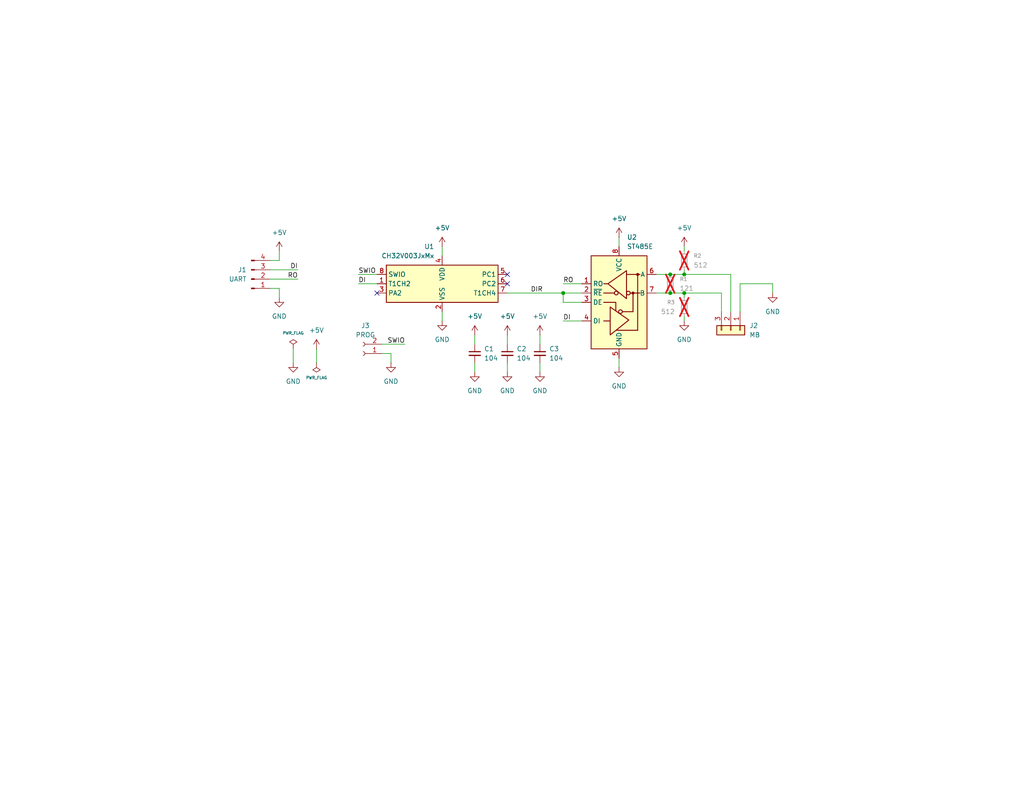
<source format=kicad_sch>
(kicad_sch
	(version 20250114)
	(generator "eeschema")
	(generator_version "9.0")
	(uuid "886d1872-ccf1-4d0d-8451-b4e92f03d150")
	(paper "A")
	(title_block
		(title "RS485 Autodir")
		(date "2026-01-30")
		(rev "A0")
		(company "MAG Laboratory")
	)
	(lib_symbols
		(symbol "Connector:Conn_01x02_Socket"
			(pin_names
				(offset 1.016)
				(hide yes)
			)
			(exclude_from_sim no)
			(in_bom yes)
			(on_board yes)
			(property "Reference" "J"
				(at 0 2.54 0)
				(effects
					(font
						(size 1.27 1.27)
					)
				)
			)
			(property "Value" "Conn_01x02_Socket"
				(at 0 -5.08 0)
				(effects
					(font
						(size 1.27 1.27)
					)
				)
			)
			(property "Footprint" ""
				(at 0 0 0)
				(effects
					(font
						(size 1.27 1.27)
					)
					(hide yes)
				)
			)
			(property "Datasheet" "~"
				(at 0 0 0)
				(effects
					(font
						(size 1.27 1.27)
					)
					(hide yes)
				)
			)
			(property "Description" "Generic connector, single row, 01x02, script generated"
				(at 0 0 0)
				(effects
					(font
						(size 1.27 1.27)
					)
					(hide yes)
				)
			)
			(property "ki_locked" ""
				(at 0 0 0)
				(effects
					(font
						(size 1.27 1.27)
					)
				)
			)
			(property "ki_keywords" "connector"
				(at 0 0 0)
				(effects
					(font
						(size 1.27 1.27)
					)
					(hide yes)
				)
			)
			(property "ki_fp_filters" "Connector*:*_1x??_*"
				(at 0 0 0)
				(effects
					(font
						(size 1.27 1.27)
					)
					(hide yes)
				)
			)
			(symbol "Conn_01x02_Socket_1_1"
				(polyline
					(pts
						(xy -1.27 0) (xy -0.508 0)
					)
					(stroke
						(width 0.1524)
						(type default)
					)
					(fill
						(type none)
					)
				)
				(polyline
					(pts
						(xy -1.27 -2.54) (xy -0.508 -2.54)
					)
					(stroke
						(width 0.1524)
						(type default)
					)
					(fill
						(type none)
					)
				)
				(arc
					(start 0 -0.508)
					(mid -0.5058 0)
					(end 0 0.508)
					(stroke
						(width 0.1524)
						(type default)
					)
					(fill
						(type none)
					)
				)
				(arc
					(start 0 -3.048)
					(mid -0.5058 -2.54)
					(end 0 -2.032)
					(stroke
						(width 0.1524)
						(type default)
					)
					(fill
						(type none)
					)
				)
				(pin passive line
					(at -5.08 0 0)
					(length 3.81)
					(name "Pin_1"
						(effects
							(font
								(size 1.27 1.27)
							)
						)
					)
					(number "1"
						(effects
							(font
								(size 1.27 1.27)
							)
						)
					)
				)
				(pin passive line
					(at -5.08 -2.54 0)
					(length 3.81)
					(name "Pin_2"
						(effects
							(font
								(size 1.27 1.27)
							)
						)
					)
					(number "2"
						(effects
							(font
								(size 1.27 1.27)
							)
						)
					)
				)
			)
			(embedded_fonts no)
		)
		(symbol "Connector:Conn_01x04_Pin"
			(pin_names
				(offset 1.016)
				(hide yes)
			)
			(exclude_from_sim no)
			(in_bom yes)
			(on_board yes)
			(property "Reference" "J"
				(at 0 5.08 0)
				(effects
					(font
						(size 1.27 1.27)
					)
				)
			)
			(property "Value" "Conn_01x04_Pin"
				(at 0 -7.62 0)
				(effects
					(font
						(size 1.27 1.27)
					)
				)
			)
			(property "Footprint" ""
				(at 0 0 0)
				(effects
					(font
						(size 1.27 1.27)
					)
					(hide yes)
				)
			)
			(property "Datasheet" "~"
				(at 0 0 0)
				(effects
					(font
						(size 1.27 1.27)
					)
					(hide yes)
				)
			)
			(property "Description" "Generic connector, single row, 01x04, script generated"
				(at 0 0 0)
				(effects
					(font
						(size 1.27 1.27)
					)
					(hide yes)
				)
			)
			(property "ki_locked" ""
				(at 0 0 0)
				(effects
					(font
						(size 1.27 1.27)
					)
				)
			)
			(property "ki_keywords" "connector"
				(at 0 0 0)
				(effects
					(font
						(size 1.27 1.27)
					)
					(hide yes)
				)
			)
			(property "ki_fp_filters" "Connector*:*_1x??_*"
				(at 0 0 0)
				(effects
					(font
						(size 1.27 1.27)
					)
					(hide yes)
				)
			)
			(symbol "Conn_01x04_Pin_1_1"
				(rectangle
					(start 0.8636 2.667)
					(end 0 2.413)
					(stroke
						(width 0.1524)
						(type default)
					)
					(fill
						(type outline)
					)
				)
				(rectangle
					(start 0.8636 0.127)
					(end 0 -0.127)
					(stroke
						(width 0.1524)
						(type default)
					)
					(fill
						(type outline)
					)
				)
				(rectangle
					(start 0.8636 -2.413)
					(end 0 -2.667)
					(stroke
						(width 0.1524)
						(type default)
					)
					(fill
						(type outline)
					)
				)
				(rectangle
					(start 0.8636 -4.953)
					(end 0 -5.207)
					(stroke
						(width 0.1524)
						(type default)
					)
					(fill
						(type outline)
					)
				)
				(polyline
					(pts
						(xy 1.27 2.54) (xy 0.8636 2.54)
					)
					(stroke
						(width 0.1524)
						(type default)
					)
					(fill
						(type none)
					)
				)
				(polyline
					(pts
						(xy 1.27 0) (xy 0.8636 0)
					)
					(stroke
						(width 0.1524)
						(type default)
					)
					(fill
						(type none)
					)
				)
				(polyline
					(pts
						(xy 1.27 -2.54) (xy 0.8636 -2.54)
					)
					(stroke
						(width 0.1524)
						(type default)
					)
					(fill
						(type none)
					)
				)
				(polyline
					(pts
						(xy 1.27 -5.08) (xy 0.8636 -5.08)
					)
					(stroke
						(width 0.1524)
						(type default)
					)
					(fill
						(type none)
					)
				)
				(pin passive line
					(at 5.08 2.54 180)
					(length 3.81)
					(name "Pin_1"
						(effects
							(font
								(size 1.27 1.27)
							)
						)
					)
					(number "1"
						(effects
							(font
								(size 1.27 1.27)
							)
						)
					)
				)
				(pin passive line
					(at 5.08 0 180)
					(length 3.81)
					(name "Pin_2"
						(effects
							(font
								(size 1.27 1.27)
							)
						)
					)
					(number "2"
						(effects
							(font
								(size 1.27 1.27)
							)
						)
					)
				)
				(pin passive line
					(at 5.08 -2.54 180)
					(length 3.81)
					(name "Pin_3"
						(effects
							(font
								(size 1.27 1.27)
							)
						)
					)
					(number "3"
						(effects
							(font
								(size 1.27 1.27)
							)
						)
					)
				)
				(pin passive line
					(at 5.08 -5.08 180)
					(length 3.81)
					(name "Pin_4"
						(effects
							(font
								(size 1.27 1.27)
							)
						)
					)
					(number "4"
						(effects
							(font
								(size 1.27 1.27)
							)
						)
					)
				)
			)
			(embedded_fonts no)
		)
		(symbol "Connector_Generic:Conn_01x03"
			(pin_names
				(offset 1.016)
				(hide yes)
			)
			(exclude_from_sim no)
			(in_bom yes)
			(on_board yes)
			(property "Reference" "J"
				(at 0 5.08 0)
				(effects
					(font
						(size 1.27 1.27)
					)
				)
			)
			(property "Value" "Conn_01x03"
				(at 0 -5.08 0)
				(effects
					(font
						(size 1.27 1.27)
					)
				)
			)
			(property "Footprint" ""
				(at 0 0 0)
				(effects
					(font
						(size 1.27 1.27)
					)
					(hide yes)
				)
			)
			(property "Datasheet" "~"
				(at 0 0 0)
				(effects
					(font
						(size 1.27 1.27)
					)
					(hide yes)
				)
			)
			(property "Description" "Generic connector, single row, 01x03, script generated (kicad-library-utils/schlib/autogen/connector/)"
				(at 0 0 0)
				(effects
					(font
						(size 1.27 1.27)
					)
					(hide yes)
				)
			)
			(property "ki_keywords" "connector"
				(at 0 0 0)
				(effects
					(font
						(size 1.27 1.27)
					)
					(hide yes)
				)
			)
			(property "ki_fp_filters" "Connector*:*_1x??_*"
				(at 0 0 0)
				(effects
					(font
						(size 1.27 1.27)
					)
					(hide yes)
				)
			)
			(symbol "Conn_01x03_1_1"
				(rectangle
					(start -1.27 3.81)
					(end 1.27 -3.81)
					(stroke
						(width 0.254)
						(type default)
					)
					(fill
						(type background)
					)
				)
				(rectangle
					(start -1.27 2.667)
					(end 0 2.413)
					(stroke
						(width 0.1524)
						(type default)
					)
					(fill
						(type none)
					)
				)
				(rectangle
					(start -1.27 0.127)
					(end 0 -0.127)
					(stroke
						(width 0.1524)
						(type default)
					)
					(fill
						(type none)
					)
				)
				(rectangle
					(start -1.27 -2.413)
					(end 0 -2.667)
					(stroke
						(width 0.1524)
						(type default)
					)
					(fill
						(type none)
					)
				)
				(pin passive line
					(at -5.08 2.54 0)
					(length 3.81)
					(name "Pin_1"
						(effects
							(font
								(size 1.27 1.27)
							)
						)
					)
					(number "1"
						(effects
							(font
								(size 1.27 1.27)
							)
						)
					)
				)
				(pin passive line
					(at -5.08 0 0)
					(length 3.81)
					(name "Pin_2"
						(effects
							(font
								(size 1.27 1.27)
							)
						)
					)
					(number "2"
						(effects
							(font
								(size 1.27 1.27)
							)
						)
					)
				)
				(pin passive line
					(at -5.08 -2.54 0)
					(length 3.81)
					(name "Pin_3"
						(effects
							(font
								(size 1.27 1.27)
							)
						)
					)
					(number "3"
						(effects
							(font
								(size 1.27 1.27)
							)
						)
					)
				)
			)
			(embedded_fonts no)
		)
		(symbol "Device:C_Small"
			(pin_numbers
				(hide yes)
			)
			(pin_names
				(offset 0.254)
				(hide yes)
			)
			(exclude_from_sim no)
			(in_bom yes)
			(on_board yes)
			(property "Reference" "C"
				(at 0.254 1.778 0)
				(effects
					(font
						(size 1.27 1.27)
					)
					(justify left)
				)
			)
			(property "Value" "C_Small"
				(at 0.254 -2.032 0)
				(effects
					(font
						(size 1.27 1.27)
					)
					(justify left)
				)
			)
			(property "Footprint" ""
				(at 0 0 0)
				(effects
					(font
						(size 1.27 1.27)
					)
					(hide yes)
				)
			)
			(property "Datasheet" "~"
				(at 0 0 0)
				(effects
					(font
						(size 1.27 1.27)
					)
					(hide yes)
				)
			)
			(property "Description" "Unpolarized capacitor, small symbol"
				(at 0 0 0)
				(effects
					(font
						(size 1.27 1.27)
					)
					(hide yes)
				)
			)
			(property "ki_keywords" "capacitor cap"
				(at 0 0 0)
				(effects
					(font
						(size 1.27 1.27)
					)
					(hide yes)
				)
			)
			(property "ki_fp_filters" "C_*"
				(at 0 0 0)
				(effects
					(font
						(size 1.27 1.27)
					)
					(hide yes)
				)
			)
			(symbol "C_Small_0_1"
				(polyline
					(pts
						(xy -1.524 0.508) (xy 1.524 0.508)
					)
					(stroke
						(width 0.3048)
						(type default)
					)
					(fill
						(type none)
					)
				)
				(polyline
					(pts
						(xy -1.524 -0.508) (xy 1.524 -0.508)
					)
					(stroke
						(width 0.3302)
						(type default)
					)
					(fill
						(type none)
					)
				)
			)
			(symbol "C_Small_1_1"
				(pin passive line
					(at 0 2.54 270)
					(length 2.032)
					(name "~"
						(effects
							(font
								(size 1.27 1.27)
							)
						)
					)
					(number "1"
						(effects
							(font
								(size 1.27 1.27)
							)
						)
					)
				)
				(pin passive line
					(at 0 -2.54 90)
					(length 2.032)
					(name "~"
						(effects
							(font
								(size 1.27 1.27)
							)
						)
					)
					(number "2"
						(effects
							(font
								(size 1.27 1.27)
							)
						)
					)
				)
			)
			(embedded_fonts no)
		)
		(symbol "Device:R_Small"
			(pin_numbers
				(hide yes)
			)
			(pin_names
				(offset 0.254)
				(hide yes)
			)
			(exclude_from_sim no)
			(in_bom yes)
			(on_board yes)
			(property "Reference" "R"
				(at 0 0 90)
				(effects
					(font
						(size 1.016 1.016)
					)
				)
			)
			(property "Value" "R_Small"
				(at 1.778 0 90)
				(effects
					(font
						(size 1.27 1.27)
					)
				)
			)
			(property "Footprint" ""
				(at 0 0 0)
				(effects
					(font
						(size 1.27 1.27)
					)
					(hide yes)
				)
			)
			(property "Datasheet" "~"
				(at 0 0 0)
				(effects
					(font
						(size 1.27 1.27)
					)
					(hide yes)
				)
			)
			(property "Description" "Resistor, small symbol"
				(at 0 0 0)
				(effects
					(font
						(size 1.27 1.27)
					)
					(hide yes)
				)
			)
			(property "ki_keywords" "R resistor"
				(at 0 0 0)
				(effects
					(font
						(size 1.27 1.27)
					)
					(hide yes)
				)
			)
			(property "ki_fp_filters" "R_*"
				(at 0 0 0)
				(effects
					(font
						(size 1.27 1.27)
					)
					(hide yes)
				)
			)
			(symbol "R_Small_0_1"
				(rectangle
					(start -0.762 1.778)
					(end 0.762 -1.778)
					(stroke
						(width 0.2032)
						(type default)
					)
					(fill
						(type none)
					)
				)
			)
			(symbol "R_Small_1_1"
				(pin passive line
					(at 0 2.54 270)
					(length 0.762)
					(name "~"
						(effects
							(font
								(size 1.27 1.27)
							)
						)
					)
					(number "1"
						(effects
							(font
								(size 1.27 1.27)
							)
						)
					)
				)
				(pin passive line
					(at 0 -2.54 90)
					(length 0.762)
					(name "~"
						(effects
							(font
								(size 1.27 1.27)
							)
						)
					)
					(number "2"
						(effects
							(font
								(size 1.27 1.27)
							)
						)
					)
				)
			)
			(embedded_fonts no)
		)
		(symbol "Interface_UART:ST485E"
			(exclude_from_sim no)
			(in_bom yes)
			(on_board yes)
			(property "Reference" "U"
				(at -6.985 13.97 0)
				(effects
					(font
						(size 1.27 1.27)
					)
				)
			)
			(property "Value" "ST485E"
				(at 2.54 13.97 0)
				(effects
					(font
						(size 1.27 1.27)
					)
					(justify left)
				)
			)
			(property "Footprint" "Package_SO:SOIC-8_3.9x4.9mm_P1.27mm"
				(at 0 -22.86 0)
				(effects
					(font
						(size 1.27 1.27)
					)
					(hide yes)
				)
			)
			(property "Datasheet" "http://www.st.com/resource/en/datasheet/st485eb.pdf"
				(at 0 1.27 0)
				(effects
					(font
						(size 1.27 1.27)
					)
					(hide yes)
				)
			)
			(property "Description" "Half duplex RS-485/RS-422, 5 Mbps, ±15kV ESD, 5V supply, 256 bus load, SOIC-8"
				(at 0 0 0)
				(effects
					(font
						(size 1.27 1.27)
					)
					(hide yes)
				)
			)
			(property "ki_keywords" "ST-Microelectronics half-duplex"
				(at 0 0 0)
				(effects
					(font
						(size 1.27 1.27)
					)
					(hide yes)
				)
			)
			(property "ki_fp_filters" "SOIC*3.9x4.9mm*P1.27mm*"
				(at 0 0 0)
				(effects
					(font
						(size 1.27 1.27)
					)
					(hide yes)
				)
			)
			(symbol "ST485E_0_1"
				(rectangle
					(start -7.62 12.7)
					(end 7.62 -12.7)
					(stroke
						(width 0.254)
						(type default)
					)
					(fill
						(type background)
					)
				)
				(polyline
					(pts
						(xy -4.191 2.54) (xy -1.27 2.54)
					)
					(stroke
						(width 0.254)
						(type default)
					)
					(fill
						(type none)
					)
				)
				(polyline
					(pts
						(xy -4.191 0) (xy -0.889 0) (xy -0.889 -2.286)
					)
					(stroke
						(width 0.254)
						(type default)
					)
					(fill
						(type none)
					)
				)
				(polyline
					(pts
						(xy -3.175 5.08) (xy -4.191 5.08) (xy -4.064 5.08)
					)
					(stroke
						(width 0.254)
						(type default)
					)
					(fill
						(type none)
					)
				)
				(polyline
					(pts
						(xy -2.54 -5.08) (xy -4.191 -5.08)
					)
					(stroke
						(width 0.254)
						(type default)
					)
					(fill
						(type none)
					)
				)
				(polyline
					(pts
						(xy -2.413 -5.08) (xy -2.413 -1.27) (xy 2.667 -4.826) (xy -2.413 -8.89) (xy -2.413 -5.08)
					)
					(stroke
						(width 0.254)
						(type default)
					)
					(fill
						(type none)
					)
				)
				(polyline
					(pts
						(xy -0.635 -7.62) (xy 5.08 -7.62)
					)
					(stroke
						(width 0.254)
						(type default)
					)
					(fill
						(type none)
					)
				)
				(circle
					(center 0.381 -2.54)
					(radius 0.508)
					(stroke
						(width 0.254)
						(type default)
					)
					(fill
						(type none)
					)
				)
				(polyline
					(pts
						(xy 0.889 -2.54) (xy 3.81 -2.54)
					)
					(stroke
						(width 0.254)
						(type default)
					)
					(fill
						(type none)
					)
				)
				(polyline
					(pts
						(xy 2.032 7.62) (xy 5.715 7.62)
					)
					(stroke
						(width 0.254)
						(type default)
					)
					(fill
						(type none)
					)
				)
				(polyline
					(pts
						(xy 3.048 2.54) (xy 5.715 2.54)
					)
					(stroke
						(width 0.254)
						(type default)
					)
					(fill
						(type none)
					)
				)
				(circle
					(center 3.81 2.54)
					(radius 0.2794)
					(stroke
						(width 0.254)
						(type default)
					)
					(fill
						(type outline)
					)
				)
				(polyline
					(pts
						(xy 3.81 -2.54) (xy 3.81 2.54)
					)
					(stroke
						(width 0.254)
						(type default)
					)
					(fill
						(type none)
					)
				)
				(polyline
					(pts
						(xy 5.08 -7.62) (xy 5.08 7.62)
					)
					(stroke
						(width 0.254)
						(type default)
					)
					(fill
						(type none)
					)
				)
			)
			(symbol "ST485E_1_1"
				(circle
					(center -0.762 2.54)
					(radius 0.508)
					(stroke
						(width 0.254)
						(type default)
					)
					(fill
						(type none)
					)
				)
				(polyline
					(pts
						(xy 2.032 4.826) (xy 2.032 8.636) (xy -3.048 5.08) (xy 2.032 1.016) (xy 2.032 4.826)
					)
					(stroke
						(width 0.254)
						(type default)
					)
					(fill
						(type none)
					)
				)
				(circle
					(center 2.54 2.54)
					(radius 0.508)
					(stroke
						(width 0.254)
						(type default)
					)
					(fill
						(type none)
					)
				)
				(circle
					(center 5.08 7.62)
					(radius 0.2794)
					(stroke
						(width 0.254)
						(type default)
					)
					(fill
						(type outline)
					)
				)
				(pin output line
					(at -10.16 5.08 0)
					(length 2.54)
					(name "RO"
						(effects
							(font
								(size 1.27 1.27)
							)
						)
					)
					(number "1"
						(effects
							(font
								(size 1.27 1.27)
							)
						)
					)
				)
				(pin input line
					(at -10.16 2.54 0)
					(length 2.54)
					(name "~{RE}"
						(effects
							(font
								(size 1.27 1.27)
							)
						)
					)
					(number "2"
						(effects
							(font
								(size 1.27 1.27)
							)
						)
					)
				)
				(pin input line
					(at -10.16 0 0)
					(length 2.54)
					(name "DE"
						(effects
							(font
								(size 1.27 1.27)
							)
						)
					)
					(number "3"
						(effects
							(font
								(size 1.27 1.27)
							)
						)
					)
				)
				(pin input line
					(at -10.16 -5.08 0)
					(length 2.54)
					(name "DI"
						(effects
							(font
								(size 1.27 1.27)
							)
						)
					)
					(number "4"
						(effects
							(font
								(size 1.27 1.27)
							)
						)
					)
				)
				(pin power_in line
					(at 0 15.24 270)
					(length 2.54)
					(name "VCC"
						(effects
							(font
								(size 1.27 1.27)
							)
						)
					)
					(number "8"
						(effects
							(font
								(size 1.27 1.27)
							)
						)
					)
				)
				(pin power_in line
					(at 0 -15.24 90)
					(length 2.54)
					(name "GND"
						(effects
							(font
								(size 1.27 1.27)
							)
						)
					)
					(number "5"
						(effects
							(font
								(size 1.27 1.27)
							)
						)
					)
				)
				(pin bidirectional line
					(at 10.16 7.62 180)
					(length 2.54)
					(name "A"
						(effects
							(font
								(size 1.27 1.27)
							)
						)
					)
					(number "6"
						(effects
							(font
								(size 1.27 1.27)
							)
						)
					)
				)
				(pin bidirectional line
					(at 10.16 2.54 180)
					(length 2.54)
					(name "B"
						(effects
							(font
								(size 1.27 1.27)
							)
						)
					)
					(number "7"
						(effects
							(font
								(size 1.27 1.27)
							)
						)
					)
				)
			)
			(embedded_fonts no)
		)
		(symbol "MCU_WCH_RiscV:CH32V003JxMx"
			(exclude_from_sim no)
			(in_bom yes)
			(on_board yes)
			(property "Reference" "U"
				(at -15.24 7.62 0)
				(effects
					(font
						(size 1.27 1.27)
					)
				)
			)
			(property "Value" "CH32V003JxMx"
				(at 15.24 7.62 0)
				(effects
					(font
						(size 1.27 1.27)
					)
				)
			)
			(property "Footprint" "Package_SO:JEITA_SOIC-8_3.9x4.9mm_P1.27mm"
				(at 0 0 0)
				(effects
					(font
						(size 1.27 1.27)
					)
					(hide yes)
				)
			)
			(property "Datasheet" "https://www.wch-ic.com/products/CH32V003.html"
				(at 0 0 0)
				(effects
					(font
						(size 1.27 1.27)
					)
					(hide yes)
				)
			)
			(property "Description" "CH32V003 series are industrial-grade general-purpose microcontrollers designed based on 32-bit RISC-V instruction set and architecture. It adopts QingKe V2A core, RV32EC instruction set, and supports 2 levels of interrupt nesting. The series are mounted with rich peripheral interfaces and function modules. Its internal organizational structure meets the low-cost and low-power embedded application scenarios. JEITA SOIC-8 (SOP-8)"
				(at 0 0 0)
				(effects
					(font
						(size 1.27 1.27)
					)
					(hide yes)
				)
			)
			(property "ki_keywords" "microcontroller wch RISC-V"
				(at 0 0 0)
				(effects
					(font
						(size 1.27 1.27)
					)
					(hide yes)
				)
			)
			(property "ki_fp_filters" "JEITA?SOIC*3.9x4.9mm*P1.27mm*"
				(at 0 0 0)
				(effects
					(font
						(size 1.27 1.27)
					)
					(hide yes)
				)
			)
			(symbol "CH32V003JxMx_1_1"
				(rectangle
					(start -15.24 5.08)
					(end 15.24 -5.08)
					(stroke
						(width 0.254)
						(type default)
					)
					(fill
						(type background)
					)
				)
				(pin bidirectional line
					(at -17.78 2.54 0)
					(length 2.54)
					(name "PC1"
						(effects
							(font
								(size 1.27 1.27)
							)
						)
					)
					(number "5"
						(effects
							(font
								(size 1.27 1.27)
							)
						)
					)
					(alternate "NSS" bidirectional line)
					(alternate "SDA" bidirectional line)
					(alternate "T1BKIN_1" bidirectional line)
					(alternate "T1BKIN_3" bidirectional line)
					(alternate "T2CH1ETR_2" bidirectional line)
					(alternate "T2CH1ETR_3" bidirectional line)
					(alternate "T2CH4_1" bidirectional line)
					(alternate "URX_3" bidirectional line)
				)
				(pin bidirectional line
					(at -17.78 0 0)
					(length 2.54)
					(name "PC2"
						(effects
							(font
								(size 1.27 1.27)
							)
						)
					)
					(number "6"
						(effects
							(font
								(size 1.27 1.27)
							)
						)
					)
					(alternate "AETR_1" bidirectional line)
					(alternate "SCL" bidirectional line)
					(alternate "T1BKIN" bidirectional line)
					(alternate "T1BKIN_2" bidirectional line)
					(alternate "T1ETR_3" bidirectional line)
					(alternate "T2CH2_1" bidirectional line)
					(alternate "URTS" bidirectional line)
					(alternate "URTS_1" bidirectional line)
				)
				(pin bidirectional line
					(at -17.78 -2.54 0)
					(length 2.54)
					(name "PC4"
						(effects
							(font
								(size 1.27 1.27)
							)
						)
					)
					(number "7"
						(effects
							(font
								(size 1.27 1.27)
							)
						)
					)
					(alternate "A2" bidirectional line)
					(alternate "MCO" bidirectional line)
					(alternate "T1CH1_3" bidirectional line)
					(alternate "T1CH2N_1" bidirectional line)
					(alternate "T1CH4" bidirectional line)
					(alternate "T1CH4_2" bidirectional line)
				)
				(pin power_in line
					(at 0 7.62 270)
					(length 2.54)
					(name "VDD"
						(effects
							(font
								(size 1.27 1.27)
							)
						)
					)
					(number "4"
						(effects
							(font
								(size 1.27 1.27)
							)
						)
					)
				)
				(pin power_in line
					(at 0 -7.62 90)
					(length 2.54)
					(name "VSS"
						(effects
							(font
								(size 1.27 1.27)
							)
						)
					)
					(number "2"
						(effects
							(font
								(size 1.27 1.27)
							)
						)
					)
				)
				(pin bidirectional line
					(at 17.78 2.54 180)
					(length 2.54)
					(name "PD1/PD4/PD5"
						(effects
							(font
								(size 1.27 1.27)
							)
						)
					)
					(number "8"
						(effects
							(font
								(size 1.27 1.27)
							)
						)
					)
					(alternate "A5" bidirectional line)
					(alternate "A7" bidirectional line)
					(alternate "AETR2" bidirectional line)
					(alternate "OPO" bidirectional line)
					(alternate "SCL_1" bidirectional line)
					(alternate "SWIO" bidirectional line)
					(alternate "T1CH3N" bidirectional line)
					(alternate "T1CH3N_1" bidirectional line)
					(alternate "T1CH3N_2" bidirectional line)
					(alternate "T1CH4_3" bidirectional line)
					(alternate "T2CH1ETR" bidirectional line)
					(alternate "T2CH4_3" bidirectional line)
					(alternate "TIETR_2" bidirectional line)
					(alternate "UCK" bidirectional line)
					(alternate "URX_1" bidirectional line)
					(alternate "URX_2" bidirectional line)
					(alternate "UTX" bidirectional line)
				)
				(pin bidirectional line
					(at 17.78 0 180)
					(length 2.54)
					(name "PD6/PA1"
						(effects
							(font
								(size 1.27 1.27)
							)
						)
					)
					(number "1"
						(effects
							(font
								(size 1.27 1.27)
							)
						)
					)
					(alternate "A1" bidirectional line)
					(alternate "A6" bidirectional line)
					(alternate "OPN0" bidirectional line)
					(alternate "OSCI" bidirectional line)
					(alternate "T1CH2" bidirectional line)
					(alternate "T1CH2_2" bidirectional line)
					(alternate "T2CH3_3" bidirectional line)
					(alternate "URX" bidirectional line)
					(alternate "UTX_2" bidirectional line)
				)
				(pin bidirectional line
					(at 17.78 -2.54 180)
					(length 2.54)
					(name "PA2"
						(effects
							(font
								(size 1.27 1.27)
							)
						)
					)
					(number "3"
						(effects
							(font
								(size 1.27 1.27)
							)
						)
					)
					(alternate "A0" bidirectional line)
					(alternate "AETR2_1" bidirectional line)
					(alternate "OPP0" bidirectional line)
					(alternate "OSCO" bidirectional line)
					(alternate "TICH2N" bidirectional line)
					(alternate "TICH2N_2" bidirectional line)
				)
			)
			(embedded_fonts no)
		)
		(symbol "power:+5V"
			(power)
			(pin_numbers
				(hide yes)
			)
			(pin_names
				(offset 0)
				(hide yes)
			)
			(exclude_from_sim no)
			(in_bom yes)
			(on_board yes)
			(property "Reference" "#PWR"
				(at 0 -3.81 0)
				(effects
					(font
						(size 1.27 1.27)
					)
					(hide yes)
				)
			)
			(property "Value" "+5V"
				(at 0 3.556 0)
				(effects
					(font
						(size 1.27 1.27)
					)
				)
			)
			(property "Footprint" ""
				(at 0 0 0)
				(effects
					(font
						(size 1.27 1.27)
					)
					(hide yes)
				)
			)
			(property "Datasheet" ""
				(at 0 0 0)
				(effects
					(font
						(size 1.27 1.27)
					)
					(hide yes)
				)
			)
			(property "Description" "Power symbol creates a global label with name \"+5V\""
				(at 0 0 0)
				(effects
					(font
						(size 1.27 1.27)
					)
					(hide yes)
				)
			)
			(property "ki_keywords" "global power"
				(at 0 0 0)
				(effects
					(font
						(size 1.27 1.27)
					)
					(hide yes)
				)
			)
			(symbol "+5V_0_1"
				(polyline
					(pts
						(xy -0.762 1.27) (xy 0 2.54)
					)
					(stroke
						(width 0)
						(type default)
					)
					(fill
						(type none)
					)
				)
				(polyline
					(pts
						(xy 0 2.54) (xy 0.762 1.27)
					)
					(stroke
						(width 0)
						(type default)
					)
					(fill
						(type none)
					)
				)
				(polyline
					(pts
						(xy 0 0) (xy 0 2.54)
					)
					(stroke
						(width 0)
						(type default)
					)
					(fill
						(type none)
					)
				)
			)
			(symbol "+5V_1_1"
				(pin power_in line
					(at 0 0 90)
					(length 0)
					(name "~"
						(effects
							(font
								(size 1.27 1.27)
							)
						)
					)
					(number "1"
						(effects
							(font
								(size 1.27 1.27)
							)
						)
					)
				)
			)
			(embedded_fonts no)
		)
		(symbol "power:GND"
			(power)
			(pin_numbers
				(hide yes)
			)
			(pin_names
				(offset 0)
				(hide yes)
			)
			(exclude_from_sim no)
			(in_bom yes)
			(on_board yes)
			(property "Reference" "#PWR"
				(at 0 -6.35 0)
				(effects
					(font
						(size 1.27 1.27)
					)
					(hide yes)
				)
			)
			(property "Value" "GND"
				(at 0 -3.81 0)
				(effects
					(font
						(size 1.27 1.27)
					)
				)
			)
			(property "Footprint" ""
				(at 0 0 0)
				(effects
					(font
						(size 1.27 1.27)
					)
					(hide yes)
				)
			)
			(property "Datasheet" ""
				(at 0 0 0)
				(effects
					(font
						(size 1.27 1.27)
					)
					(hide yes)
				)
			)
			(property "Description" "Power symbol creates a global label with name \"GND\" , ground"
				(at 0 0 0)
				(effects
					(font
						(size 1.27 1.27)
					)
					(hide yes)
				)
			)
			(property "ki_keywords" "global power"
				(at 0 0 0)
				(effects
					(font
						(size 1.27 1.27)
					)
					(hide yes)
				)
			)
			(symbol "GND_0_1"
				(polyline
					(pts
						(xy 0 0) (xy 0 -1.27) (xy 1.27 -1.27) (xy 0 -2.54) (xy -1.27 -1.27) (xy 0 -1.27)
					)
					(stroke
						(width 0)
						(type default)
					)
					(fill
						(type none)
					)
				)
			)
			(symbol "GND_1_1"
				(pin power_in line
					(at 0 0 270)
					(length 0)
					(name "~"
						(effects
							(font
								(size 1.27 1.27)
							)
						)
					)
					(number "1"
						(effects
							(font
								(size 1.27 1.27)
							)
						)
					)
				)
			)
			(embedded_fonts no)
		)
		(symbol "power:PWR_FLAG"
			(power)
			(pin_numbers
				(hide yes)
			)
			(pin_names
				(offset 0)
				(hide yes)
			)
			(exclude_from_sim no)
			(in_bom yes)
			(on_board yes)
			(property "Reference" "#FLG"
				(at 0 1.905 0)
				(effects
					(font
						(size 1.27 1.27)
					)
					(hide yes)
				)
			)
			(property "Value" "PWR_FLAG"
				(at 0 3.81 0)
				(effects
					(font
						(size 1.27 1.27)
					)
				)
			)
			(property "Footprint" ""
				(at 0 0 0)
				(effects
					(font
						(size 1.27 1.27)
					)
					(hide yes)
				)
			)
			(property "Datasheet" "~"
				(at 0 0 0)
				(effects
					(font
						(size 1.27 1.27)
					)
					(hide yes)
				)
			)
			(property "Description" "Special symbol for telling ERC where power comes from"
				(at 0 0 0)
				(effects
					(font
						(size 1.27 1.27)
					)
					(hide yes)
				)
			)
			(property "ki_keywords" "flag power"
				(at 0 0 0)
				(effects
					(font
						(size 1.27 1.27)
					)
					(hide yes)
				)
			)
			(symbol "PWR_FLAG_0_0"
				(pin power_out line
					(at 0 0 90)
					(length 0)
					(name "~"
						(effects
							(font
								(size 1.27 1.27)
							)
						)
					)
					(number "1"
						(effects
							(font
								(size 1.27 1.27)
							)
						)
					)
				)
			)
			(symbol "PWR_FLAG_0_1"
				(polyline
					(pts
						(xy 0 0) (xy 0 1.27) (xy -1.016 1.905) (xy 0 2.54) (xy 1.016 1.905) (xy 0 1.27)
					)
					(stroke
						(width 0)
						(type default)
					)
					(fill
						(type none)
					)
				)
			)
			(embedded_fonts no)
		)
	)
	(junction
		(at 182.88 74.93)
		(diameter 0)
		(color 0 0 0 0)
		(uuid "0e006bbe-19c9-414b-83cf-78f9c1435e0d")
	)
	(junction
		(at 182.88 80.01)
		(diameter 0)
		(color 0 0 0 0)
		(uuid "37fb2206-e4b9-48fd-a2d7-74a219b6b8b8")
	)
	(junction
		(at 186.69 80.01)
		(diameter 0)
		(color 0 0 0 0)
		(uuid "49414fb6-adc7-4912-a135-1aaadde2380c")
	)
	(junction
		(at 186.69 74.93)
		(diameter 0)
		(color 0 0 0 0)
		(uuid "6701d622-1106-4582-8d8c-aec75d2e9d08")
	)
	(junction
		(at 153.67 80.01)
		(diameter 0)
		(color 0 0 0 0)
		(uuid "6cfce3ea-6929-42d5-a9b8-41eb2952c8fc")
	)
	(no_connect
		(at 138.43 74.93)
		(uuid "59e2fe9d-e50c-4aa5-8314-88a3c1e1701f")
	)
	(no_connect
		(at 138.43 77.47)
		(uuid "7261d6b5-81ec-4b85-8fdd-ba641035e71d")
	)
	(no_connect
		(at 102.87 80.01)
		(uuid "b43b5d62-7950-492a-83a2-8565b6c897f9")
	)
	(wire
		(pts
			(xy 80.01 95.25) (xy 80.01 99.06)
		)
		(stroke
			(width 0)
			(type default)
		)
		(uuid "071bafa3-31a6-4176-b6e7-340a0b8db2e0")
	)
	(wire
		(pts
			(xy 210.82 80.01) (xy 210.82 77.47)
		)
		(stroke
			(width 0)
			(type default)
		)
		(uuid "07875a43-4718-4616-9dc2-5f534bd0e4e7")
	)
	(wire
		(pts
			(xy 138.43 99.06) (xy 138.43 101.6)
		)
		(stroke
			(width 0)
			(type default)
		)
		(uuid "1bf123e8-3d90-4905-a132-1494886929d6")
	)
	(wire
		(pts
			(xy 186.69 81.28) (xy 186.69 80.01)
		)
		(stroke
			(width 0)
			(type default)
		)
		(uuid "1d3d28f2-0760-4097-acad-bdf675e23811")
	)
	(wire
		(pts
			(xy 86.36 95.25) (xy 86.36 99.06)
		)
		(stroke
			(width 0)
			(type default)
		)
		(uuid "1f2f06b5-d1b6-4e50-91ba-aab09e3f58bd")
	)
	(wire
		(pts
			(xy 97.79 74.93) (xy 102.87 74.93)
		)
		(stroke
			(width 0)
			(type default)
		)
		(uuid "259c8e85-f4a6-4d75-9add-41e12c080a19")
	)
	(wire
		(pts
			(xy 120.65 67.31) (xy 120.65 69.85)
		)
		(stroke
			(width 0)
			(type default)
		)
		(uuid "2f097dd0-29dd-469e-85b8-64ff16b8b2cf")
	)
	(wire
		(pts
			(xy 76.2 71.12) (xy 76.2 68.58)
		)
		(stroke
			(width 0)
			(type default)
		)
		(uuid "353c6a53-606d-46c8-bec0-3aa03a86373a")
	)
	(wire
		(pts
			(xy 73.66 73.66) (xy 81.28 73.66)
		)
		(stroke
			(width 0)
			(type default)
		)
		(uuid "355ffd35-dd23-40c6-8ffa-c5118e6df974")
	)
	(wire
		(pts
			(xy 182.88 80.01) (xy 186.69 80.01)
		)
		(stroke
			(width 0)
			(type default)
		)
		(uuid "37060eee-10bb-4948-8f40-d55e1ca24e5c")
	)
	(wire
		(pts
			(xy 76.2 78.74) (xy 76.2 81.28)
		)
		(stroke
			(width 0)
			(type default)
		)
		(uuid "400e0783-6eac-4c51-a314-739c708960c6")
	)
	(wire
		(pts
			(xy 153.67 80.01) (xy 153.67 82.55)
		)
		(stroke
			(width 0)
			(type default)
		)
		(uuid "452bd40b-ff41-4af6-9512-2ad19565bf08")
	)
	(wire
		(pts
			(xy 186.69 86.36) (xy 186.69 87.63)
		)
		(stroke
			(width 0)
			(type default)
		)
		(uuid "4963f13a-ce36-485e-9e0c-ffa22c24518b")
	)
	(wire
		(pts
			(xy 186.69 74.93) (xy 199.39 74.93)
		)
		(stroke
			(width 0)
			(type default)
		)
		(uuid "4a2121e5-2a17-4b09-8b4e-2622a13afe3b")
	)
	(wire
		(pts
			(xy 129.54 91.44) (xy 129.54 93.98)
		)
		(stroke
			(width 0)
			(type default)
		)
		(uuid "54bffaa9-0ebd-46eb-a16b-d11d11686729")
	)
	(wire
		(pts
			(xy 210.82 77.47) (xy 201.93 77.47)
		)
		(stroke
			(width 0)
			(type default)
		)
		(uuid "561023e3-b861-4711-9f8e-c08cb3c0847a")
	)
	(wire
		(pts
			(xy 129.54 99.06) (xy 129.54 101.6)
		)
		(stroke
			(width 0)
			(type default)
		)
		(uuid "56939369-848b-4920-8963-c3ce1c75b095")
	)
	(wire
		(pts
			(xy 147.32 99.06) (xy 147.32 101.6)
		)
		(stroke
			(width 0)
			(type default)
		)
		(uuid "56ddba30-dd52-428e-9562-0ef053e5636b")
	)
	(wire
		(pts
			(xy 153.67 87.63) (xy 158.75 87.63)
		)
		(stroke
			(width 0)
			(type default)
		)
		(uuid "5b7cb443-121d-4950-97df-3f68540acee2")
	)
	(wire
		(pts
			(xy 97.79 77.47) (xy 102.87 77.47)
		)
		(stroke
			(width 0)
			(type default)
		)
		(uuid "5d798abe-1ebf-4d92-a593-26931bd7efbf")
	)
	(wire
		(pts
			(xy 147.32 91.44) (xy 147.32 93.98)
		)
		(stroke
			(width 0)
			(type default)
		)
		(uuid "628c2460-4437-4ab8-b17a-138af7e62006")
	)
	(wire
		(pts
			(xy 120.65 85.09) (xy 120.65 87.63)
		)
		(stroke
			(width 0)
			(type default)
		)
		(uuid "6940f5d0-c50d-4794-824b-4d86547a298d")
	)
	(wire
		(pts
			(xy 168.91 64.77) (xy 168.91 67.31)
		)
		(stroke
			(width 0)
			(type default)
		)
		(uuid "74742990-aced-41ce-bb2a-7be67272ea13")
	)
	(wire
		(pts
			(xy 106.68 99.06) (xy 106.68 96.52)
		)
		(stroke
			(width 0)
			(type default)
		)
		(uuid "765ea1dc-852d-4e7e-b535-a2e737a11b2f")
	)
	(wire
		(pts
			(xy 201.93 77.47) (xy 201.93 85.09)
		)
		(stroke
			(width 0)
			(type default)
		)
		(uuid "7c7df9fd-1ec5-42d2-b809-8164be810f26")
	)
	(wire
		(pts
			(xy 153.67 82.55) (xy 158.75 82.55)
		)
		(stroke
			(width 0)
			(type default)
		)
		(uuid "7eb619f3-77b5-42dc-aa31-5eececc4ac64")
	)
	(wire
		(pts
			(xy 138.43 80.01) (xy 153.67 80.01)
		)
		(stroke
			(width 0)
			(type default)
		)
		(uuid "82c0a0ba-09c6-4e34-9c9b-028187a5f076")
	)
	(wire
		(pts
			(xy 196.85 80.01) (xy 196.85 85.09)
		)
		(stroke
			(width 0)
			(type default)
		)
		(uuid "867d60a8-719b-45d1-9f4c-cc78b8073ea0")
	)
	(wire
		(pts
			(xy 158.75 80.01) (xy 153.67 80.01)
		)
		(stroke
			(width 0)
			(type default)
		)
		(uuid "8ca8d6f7-5e1c-4d31-b8bc-930f1bcfc5cd")
	)
	(wire
		(pts
			(xy 186.69 73.66) (xy 186.69 74.93)
		)
		(stroke
			(width 0)
			(type default)
		)
		(uuid "a99375b6-ec5b-4c91-a8e9-3f90d9ef6bff")
	)
	(wire
		(pts
			(xy 104.14 93.98) (xy 110.49 93.98)
		)
		(stroke
			(width 0)
			(type default)
		)
		(uuid "b0f853be-95d0-4454-890f-66fa955e7e88")
	)
	(wire
		(pts
			(xy 106.68 96.52) (xy 104.14 96.52)
		)
		(stroke
			(width 0)
			(type default)
		)
		(uuid "b2420576-d6a9-433d-8279-33b1ba98586f")
	)
	(wire
		(pts
			(xy 186.69 80.01) (xy 196.85 80.01)
		)
		(stroke
			(width 0)
			(type default)
		)
		(uuid "b35c38f5-423b-4f2d-a2b8-0d9657edc3fe")
	)
	(wire
		(pts
			(xy 186.69 67.31) (xy 186.69 68.58)
		)
		(stroke
			(width 0)
			(type default)
		)
		(uuid "b5ee3e27-a762-4ad2-bf66-de98f6d7472d")
	)
	(wire
		(pts
			(xy 73.66 76.2) (xy 81.28 76.2)
		)
		(stroke
			(width 0)
			(type default)
		)
		(uuid "bb584e1a-4f3e-44bf-9b73-accc11a21998")
	)
	(wire
		(pts
			(xy 168.91 97.79) (xy 168.91 100.33)
		)
		(stroke
			(width 0)
			(type default)
		)
		(uuid "bfc489d6-0bbe-4a67-bd71-03282061069a")
	)
	(wire
		(pts
			(xy 182.88 74.93) (xy 186.69 74.93)
		)
		(stroke
			(width 0)
			(type default)
		)
		(uuid "c0cd1d1c-98c1-4d37-a904-2ddb336fc5ec")
	)
	(wire
		(pts
			(xy 138.43 91.44) (xy 138.43 93.98)
		)
		(stroke
			(width 0)
			(type default)
		)
		(uuid "c368809f-857e-4799-9a45-d03232b4d6af")
	)
	(wire
		(pts
			(xy 179.07 80.01) (xy 182.88 80.01)
		)
		(stroke
			(width 0)
			(type default)
		)
		(uuid "cd3317e5-91dd-4501-877f-d216e198dce4")
	)
	(wire
		(pts
			(xy 199.39 74.93) (xy 199.39 85.09)
		)
		(stroke
			(width 0)
			(type default)
		)
		(uuid "d536c230-4d60-4d40-a8d9-b805e4abf33a")
	)
	(wire
		(pts
			(xy 179.07 74.93) (xy 182.88 74.93)
		)
		(stroke
			(width 0)
			(type default)
		)
		(uuid "d682fbd3-3dd9-43f0-8e7b-68f333b01d04")
	)
	(wire
		(pts
			(xy 73.66 78.74) (xy 76.2 78.74)
		)
		(stroke
			(width 0)
			(type default)
		)
		(uuid "dd17114a-0d86-4f8c-b8e7-0aa17bf3ce43")
	)
	(wire
		(pts
			(xy 153.67 77.47) (xy 158.75 77.47)
		)
		(stroke
			(width 0)
			(type default)
		)
		(uuid "e27eb6fc-89c3-4165-9d1b-5a8bde9703aa")
	)
	(wire
		(pts
			(xy 73.66 71.12) (xy 76.2 71.12)
		)
		(stroke
			(width 0)
			(type default)
		)
		(uuid "ff8c69be-75d4-4b21-b93b-6f81caf1e602")
	)
	(label "DI"
		(at 153.67 87.63 0)
		(effects
			(font
				(size 1.27 1.27)
			)
			(justify left bottom)
		)
		(uuid "0495004c-44b7-41a9-b8da-a678f1af4e03")
	)
	(label "DI"
		(at 97.79 77.47 0)
		(effects
			(font
				(size 1.27 1.27)
			)
			(justify left bottom)
		)
		(uuid "065efd8d-4e1d-4a2a-bbad-f8a8fdb1b4f2")
	)
	(label "DIR"
		(at 144.78 80.01 0)
		(effects
			(font
				(size 1.27 1.27)
			)
			(justify left bottom)
		)
		(uuid "11a64074-1701-4211-ac0c-b1add919f464")
	)
	(label "SWIO"
		(at 110.49 93.98 180)
		(effects
			(font
				(size 1.27 1.27)
			)
			(justify right bottom)
		)
		(uuid "2c4a47f7-da4e-4bbd-81de-e90ce90b8b10")
	)
	(label "RO"
		(at 81.28 76.2 180)
		(effects
			(font
				(size 1.27 1.27)
			)
			(justify right bottom)
		)
		(uuid "372cfd70-7a41-43e8-a406-d2f62567f5cb")
	)
	(label "SWIO"
		(at 97.79 74.93 0)
		(effects
			(font
				(size 1.27 1.27)
			)
			(justify left bottom)
		)
		(uuid "56f4c0be-d17e-4b0c-ae30-57daaedc0d31")
	)
	(label "DI"
		(at 81.28 73.66 180)
		(effects
			(font
				(size 1.27 1.27)
			)
			(justify right bottom)
		)
		(uuid "6cf89601-82a4-45fc-accd-6718b0a81cf0")
	)
	(label "RO"
		(at 153.67 77.47 0)
		(effects
			(font
				(size 1.27 1.27)
			)
			(justify left bottom)
		)
		(uuid "785fc571-5bdf-43c2-870f-d9e77fefe94e")
	)
	(symbol
		(lib_id "Interface_UART:ST485E")
		(at 168.91 82.55 0)
		(unit 1)
		(exclude_from_sim no)
		(in_bom yes)
		(on_board yes)
		(dnp no)
		(fields_autoplaced yes)
		(uuid "0325c00d-fc5c-4654-a1d6-2e99f38d503e")
		(property "Reference" "U2"
			(at 171.0533 64.77 0)
			(effects
				(font
					(size 1.27 1.27)
				)
				(justify left)
			)
		)
		(property "Value" "ST485E"
			(at 171.0533 67.31 0)
			(effects
				(font
					(size 1.27 1.27)
				)
				(justify left)
			)
		)
		(property "Footprint" "Package_SO:SOIC-8_3.9x4.9mm_P1.27mm"
			(at 168.91 105.41 0)
			(effects
				(font
					(size 1.27 1.27)
				)
				(hide yes)
			)
		)
		(property "Datasheet" "http://www.st.com/resource/en/datasheet/st485eb.pdf"
			(at 168.91 81.28 0)
			(effects
				(font
					(size 1.27 1.27)
				)
				(hide yes)
			)
		)
		(property "Description" "Half duplex RS-485/RS-422, 5 Mbps, ±15kV ESD, 5V supply, 256 bus load, SOIC-8"
			(at 168.91 82.55 0)
			(effects
				(font
					(size 1.27 1.27)
				)
				(hide yes)
			)
		)
		(pin "2"
			(uuid "059334e1-9225-431a-9da6-274c069c78cf")
		)
		(pin "3"
			(uuid "aa6eca38-ba3c-4e8f-8157-a977d0b73907")
		)
		(pin "4"
			(uuid "457019c5-4beb-4958-ba32-f5a6f9a516da")
		)
		(pin "8"
			(uuid "60a84178-3da9-469e-a7bf-a30c8ba325d9")
		)
		(pin "7"
			(uuid "f9aa51e6-bc00-4944-85ae-2714cecfb727")
		)
		(pin "5"
			(uuid "27f236f1-0ef8-4237-82a3-a35040a4a439")
		)
		(pin "1"
			(uuid "3559cf04-27e6-4492-a530-a40ef059d65c")
		)
		(pin "6"
			(uuid "a23f4fed-b7ba-499f-8988-04c971fda950")
		)
		(instances
			(project ""
				(path "/886d1872-ccf1-4d0d-8451-b4e92f03d150"
					(reference "U2")
					(unit 1)
				)
			)
		)
	)
	(symbol
		(lib_id "Device:C_Small")
		(at 138.43 96.52 0)
		(unit 1)
		(exclude_from_sim no)
		(in_bom yes)
		(on_board yes)
		(dnp no)
		(fields_autoplaced yes)
		(uuid "1615b32d-f8dd-4dd8-b151-4724fa4d0ece")
		(property "Reference" "C2"
			(at 140.97 95.2562 0)
			(effects
				(font
					(size 1.27 1.27)
				)
				(justify left)
			)
		)
		(property "Value" "104"
			(at 140.97 97.7962 0)
			(effects
				(font
					(size 1.27 1.27)
				)
				(justify left)
			)
		)
		(property "Footprint" "Capacitor_SMD:C_0402_1005Metric"
			(at 138.43 96.52 0)
			(effects
				(font
					(size 1.27 1.27)
				)
				(hide yes)
			)
		)
		(property "Datasheet" "~"
			(at 138.43 96.52 0)
			(effects
				(font
					(size 1.27 1.27)
				)
				(hide yes)
			)
		)
		(property "Description" "Unpolarized capacitor, small symbol"
			(at 138.43 96.52 0)
			(effects
				(font
					(size 1.27 1.27)
				)
				(hide yes)
			)
		)
		(pin "1"
			(uuid "626438b8-448c-4963-8ea7-7389d1aeb8ee")
		)
		(pin "2"
			(uuid "53822e24-d6c5-4de6-9777-93485ff00f2f")
		)
		(instances
			(project "autodir_sch"
				(path "/886d1872-ccf1-4d0d-8451-b4e92f03d150"
					(reference "C2")
					(unit 1)
				)
			)
		)
	)
	(symbol
		(lib_id "power:GND")
		(at 186.69 87.63 0)
		(unit 1)
		(exclude_from_sim no)
		(in_bom yes)
		(on_board yes)
		(dnp no)
		(fields_autoplaced yes)
		(uuid "1730f1f0-4b11-4bb8-9d0e-e2a55df228c9")
		(property "Reference" "#PWR013"
			(at 186.69 93.98 0)
			(effects
				(font
					(size 1.27 1.27)
				)
				(hide yes)
			)
		)
		(property "Value" "GND"
			(at 186.69 92.71 0)
			(effects
				(font
					(size 1.27 1.27)
				)
			)
		)
		(property "Footprint" ""
			(at 186.69 87.63 0)
			(effects
				(font
					(size 1.27 1.27)
				)
				(hide yes)
			)
		)
		(property "Datasheet" ""
			(at 186.69 87.63 0)
			(effects
				(font
					(size 1.27 1.27)
				)
				(hide yes)
			)
		)
		(property "Description" "Power symbol creates a global label with name \"GND\" , ground"
			(at 186.69 87.63 0)
			(effects
				(font
					(size 1.27 1.27)
				)
				(hide yes)
			)
		)
		(pin "1"
			(uuid "2e34c12f-12f7-4e03-80c3-c5d3108761c0")
		)
		(instances
			(project "autodir_sch"
				(path "/886d1872-ccf1-4d0d-8451-b4e92f03d150"
					(reference "#PWR013")
					(unit 1)
				)
			)
		)
	)
	(symbol
		(lib_id "power:GND")
		(at 120.65 87.63 0)
		(unit 1)
		(exclude_from_sim no)
		(in_bom yes)
		(on_board yes)
		(dnp no)
		(fields_autoplaced yes)
		(uuid "19fa7d47-1468-42b8-b518-f9f3c9cd4b2c")
		(property "Reference" "#PWR08"
			(at 120.65 93.98 0)
			(effects
				(font
					(size 1.27 1.27)
				)
				(hide yes)
			)
		)
		(property "Value" "GND"
			(at 120.65 92.71 0)
			(effects
				(font
					(size 1.27 1.27)
				)
			)
		)
		(property "Footprint" ""
			(at 120.65 87.63 0)
			(effects
				(font
					(size 1.27 1.27)
				)
				(hide yes)
			)
		)
		(property "Datasheet" ""
			(at 120.65 87.63 0)
			(effects
				(font
					(size 1.27 1.27)
				)
				(hide yes)
			)
		)
		(property "Description" "Power symbol creates a global label with name \"GND\" , ground"
			(at 120.65 87.63 0)
			(effects
				(font
					(size 1.27 1.27)
				)
				(hide yes)
			)
		)
		(pin "1"
			(uuid "220bdb4e-456f-415f-a744-f9ea68f19a71")
		)
		(instances
			(project ""
				(path "/886d1872-ccf1-4d0d-8451-b4e92f03d150"
					(reference "#PWR08")
					(unit 1)
				)
			)
		)
	)
	(symbol
		(lib_id "power:GND")
		(at 80.01 99.06 0)
		(unit 1)
		(exclude_from_sim no)
		(in_bom yes)
		(on_board yes)
		(dnp no)
		(fields_autoplaced yes)
		(uuid "3d815338-3e09-4b51-9112-97aae62f5474")
		(property "Reference" "#PWR011"
			(at 80.01 105.41 0)
			(effects
				(font
					(size 1.27 1.27)
				)
				(hide yes)
			)
		)
		(property "Value" "GND"
			(at 80.01 104.14 0)
			(effects
				(font
					(size 1.27 1.27)
				)
			)
		)
		(property "Footprint" ""
			(at 80.01 99.06 0)
			(effects
				(font
					(size 1.27 1.27)
				)
				(hide yes)
			)
		)
		(property "Datasheet" ""
			(at 80.01 99.06 0)
			(effects
				(font
					(size 1.27 1.27)
				)
				(hide yes)
			)
		)
		(property "Description" "Power symbol creates a global label with name \"GND\" , ground"
			(at 80.01 99.06 0)
			(effects
				(font
					(size 1.27 1.27)
				)
				(hide yes)
			)
		)
		(pin "1"
			(uuid "3e9de5e2-7283-4029-8e52-236103f556fd")
		)
		(instances
			(project ""
				(path "/886d1872-ccf1-4d0d-8451-b4e92f03d150"
					(reference "#PWR011")
					(unit 1)
				)
			)
		)
	)
	(symbol
		(lib_id "power:+5V")
		(at 76.2 68.58 0)
		(unit 1)
		(exclude_from_sim no)
		(in_bom yes)
		(on_board yes)
		(dnp no)
		(fields_autoplaced yes)
		(uuid "3e56979f-2a4b-45d8-8d2b-1f8aba89be66")
		(property "Reference" "#PWR02"
			(at 76.2 72.39 0)
			(effects
				(font
					(size 1.27 1.27)
				)
				(hide yes)
			)
		)
		(property "Value" "+5V"
			(at 76.2 63.5 0)
			(effects
				(font
					(size 1.27 1.27)
				)
			)
		)
		(property "Footprint" ""
			(at 76.2 68.58 0)
			(effects
				(font
					(size 1.27 1.27)
				)
				(hide yes)
			)
		)
		(property "Datasheet" ""
			(at 76.2 68.58 0)
			(effects
				(font
					(size 1.27 1.27)
				)
				(hide yes)
			)
		)
		(property "Description" "Power symbol creates a global label with name \"+5V\""
			(at 76.2 68.58 0)
			(effects
				(font
					(size 1.27 1.27)
				)
				(hide yes)
			)
		)
		(pin "1"
			(uuid "61acb94f-2b90-48c4-91a0-6419b5b40a4e")
		)
		(instances
			(project ""
				(path "/886d1872-ccf1-4d0d-8451-b4e92f03d150"
					(reference "#PWR02")
					(unit 1)
				)
			)
		)
	)
	(symbol
		(lib_id "power:GND")
		(at 76.2 81.28 0)
		(unit 1)
		(exclude_from_sim no)
		(in_bom yes)
		(on_board yes)
		(dnp no)
		(fields_autoplaced yes)
		(uuid "40311878-da9e-4bfe-b451-6a2a4a196a2e")
		(property "Reference" "#PWR01"
			(at 76.2 87.63 0)
			(effects
				(font
					(size 1.27 1.27)
				)
				(hide yes)
			)
		)
		(property "Value" "GND"
			(at 76.2 86.36 0)
			(effects
				(font
					(size 1.27 1.27)
				)
			)
		)
		(property "Footprint" ""
			(at 76.2 81.28 0)
			(effects
				(font
					(size 1.27 1.27)
				)
				(hide yes)
			)
		)
		(property "Datasheet" ""
			(at 76.2 81.28 0)
			(effects
				(font
					(size 1.27 1.27)
				)
				(hide yes)
			)
		)
		(property "Description" "Power symbol creates a global label with name \"GND\" , ground"
			(at 76.2 81.28 0)
			(effects
				(font
					(size 1.27 1.27)
				)
				(hide yes)
			)
		)
		(pin "1"
			(uuid "85ea7ac5-0b5f-4f8d-883e-661ec348e1e1")
		)
		(instances
			(project ""
				(path "/886d1872-ccf1-4d0d-8451-b4e92f03d150"
					(reference "#PWR01")
					(unit 1)
				)
			)
		)
	)
	(symbol
		(lib_id "Device:C_Small")
		(at 129.54 96.52 0)
		(unit 1)
		(exclude_from_sim no)
		(in_bom yes)
		(on_board yes)
		(dnp no)
		(fields_autoplaced yes)
		(uuid "41867e10-8c17-44b7-b21d-ff45af2bc009")
		(property "Reference" "C1"
			(at 132.08 95.2562 0)
			(effects
				(font
					(size 1.27 1.27)
				)
				(justify left)
			)
		)
		(property "Value" "104"
			(at 132.08 97.7962 0)
			(effects
				(font
					(size 1.27 1.27)
				)
				(justify left)
			)
		)
		(property "Footprint" "Capacitor_SMD:C_0402_1005Metric"
			(at 129.54 96.52 0)
			(effects
				(font
					(size 1.27 1.27)
				)
				(hide yes)
			)
		)
		(property "Datasheet" "~"
			(at 129.54 96.52 0)
			(effects
				(font
					(size 1.27 1.27)
				)
				(hide yes)
			)
		)
		(property "Description" "Unpolarized capacitor, small symbol"
			(at 129.54 96.52 0)
			(effects
				(font
					(size 1.27 1.27)
				)
				(hide yes)
			)
		)
		(pin "1"
			(uuid "7fe75800-46f9-4c39-b746-caa6aafe772f")
		)
		(pin "2"
			(uuid "81de0215-80e0-4fc8-9472-43311c3b26eb")
		)
		(instances
			(project ""
				(path "/886d1872-ccf1-4d0d-8451-b4e92f03d150"
					(reference "C1")
					(unit 1)
				)
			)
		)
	)
	(symbol
		(lib_id "Device:R_Small")
		(at 186.69 83.82 0)
		(mirror y)
		(unit 1)
		(exclude_from_sim no)
		(in_bom yes)
		(on_board yes)
		(dnp yes)
		(uuid "41c552f0-43db-4283-b703-70da824caa8e")
		(property "Reference" "R3"
			(at 184.15 82.5499 0)
			(effects
				(font
					(size 1.016 1.016)
				)
				(justify left)
			)
		)
		(property "Value" "512"
			(at 184.15 85.0899 0)
			(effects
				(font
					(size 1.27 1.27)
				)
				(justify left)
			)
		)
		(property "Footprint" "Resistor_SMD:R_0603_1608Metric"
			(at 186.69 83.82 0)
			(effects
				(font
					(size 1.27 1.27)
				)
				(hide yes)
			)
		)
		(property "Datasheet" "~"
			(at 186.69 83.82 0)
			(effects
				(font
					(size 1.27 1.27)
				)
				(hide yes)
			)
		)
		(property "Description" "Resistor, small symbol"
			(at 186.69 83.82 0)
			(effects
				(font
					(size 1.27 1.27)
				)
				(hide yes)
			)
		)
		(pin "2"
			(uuid "eeb3a85a-b4bb-4d07-808e-66a6c7f3a485")
		)
		(pin "1"
			(uuid "4606daeb-80f3-4de5-bd09-61dd5ce0db87")
		)
		(instances
			(project ""
				(path "/886d1872-ccf1-4d0d-8451-b4e92f03d150"
					(reference "R3")
					(unit 1)
				)
			)
		)
	)
	(symbol
		(lib_id "power:PWR_FLAG")
		(at 86.36 99.06 180)
		(unit 1)
		(exclude_from_sim no)
		(in_bom yes)
		(on_board yes)
		(dnp no)
		(uuid "4ce638ff-e78f-41db-a695-7eec148ae003")
		(property "Reference" "#FLG02"
			(at 86.36 100.965 0)
			(effects
				(font
					(size 1.27 1.27)
				)
				(hide yes)
			)
		)
		(property "Value" "PWR_FLAG"
			(at 86.36 103.124 0)
			(effects
				(font
					(size 0.762 0.762)
				)
			)
		)
		(property "Footprint" ""
			(at 86.36 99.06 0)
			(effects
				(font
					(size 1.27 1.27)
				)
				(hide yes)
			)
		)
		(property "Datasheet" "~"
			(at 86.36 99.06 0)
			(effects
				(font
					(size 1.27 1.27)
				)
				(hide yes)
			)
		)
		(property "Description" "Special symbol for telling ERC where power comes from"
			(at 86.36 99.06 0)
			(effects
				(font
					(size 1.27 1.27)
				)
				(hide yes)
			)
		)
		(pin "1"
			(uuid "3b0ce20f-9d09-4b55-a1b6-0a118b4d96dd")
		)
		(instances
			(project ""
				(path "/886d1872-ccf1-4d0d-8451-b4e92f03d150"
					(reference "#FLG02")
					(unit 1)
				)
			)
		)
	)
	(symbol
		(lib_id "power:+5V")
		(at 138.43 91.44 0)
		(unit 1)
		(exclude_from_sim no)
		(in_bom yes)
		(on_board yes)
		(dnp no)
		(fields_autoplaced yes)
		(uuid "4db73509-501c-4aad-9b9b-0009ceedb732")
		(property "Reference" "#PWR015"
			(at 138.43 95.25 0)
			(effects
				(font
					(size 1.27 1.27)
				)
				(hide yes)
			)
		)
		(property "Value" "+5V"
			(at 138.43 86.36 0)
			(effects
				(font
					(size 1.27 1.27)
				)
			)
		)
		(property "Footprint" ""
			(at 138.43 91.44 0)
			(effects
				(font
					(size 1.27 1.27)
				)
				(hide yes)
			)
		)
		(property "Datasheet" ""
			(at 138.43 91.44 0)
			(effects
				(font
					(size 1.27 1.27)
				)
				(hide yes)
			)
		)
		(property "Description" "Power symbol creates a global label with name \"+5V\""
			(at 138.43 91.44 0)
			(effects
				(font
					(size 1.27 1.27)
				)
				(hide yes)
			)
		)
		(pin "1"
			(uuid "7d6cc811-c971-46ee-aa2d-0006db3a0b78")
		)
		(instances
			(project "autodir_sch"
				(path "/886d1872-ccf1-4d0d-8451-b4e92f03d150"
					(reference "#PWR015")
					(unit 1)
				)
			)
		)
	)
	(symbol
		(lib_id "power:GND")
		(at 129.54 101.6 0)
		(unit 1)
		(exclude_from_sim no)
		(in_bom yes)
		(on_board yes)
		(dnp no)
		(fields_autoplaced yes)
		(uuid "4e7c6fac-edce-4218-a62f-d3f880b8a456")
		(property "Reference" "#PWR04"
			(at 129.54 107.95 0)
			(effects
				(font
					(size 1.27 1.27)
				)
				(hide yes)
			)
		)
		(property "Value" "GND"
			(at 129.54 106.68 0)
			(effects
				(font
					(size 1.27 1.27)
				)
			)
		)
		(property "Footprint" ""
			(at 129.54 101.6 0)
			(effects
				(font
					(size 1.27 1.27)
				)
				(hide yes)
			)
		)
		(property "Datasheet" ""
			(at 129.54 101.6 0)
			(effects
				(font
					(size 1.27 1.27)
				)
				(hide yes)
			)
		)
		(property "Description" "Power symbol creates a global label with name \"GND\" , ground"
			(at 129.54 101.6 0)
			(effects
				(font
					(size 1.27 1.27)
				)
				(hide yes)
			)
		)
		(pin "1"
			(uuid "4b5ee2b7-a881-4406-844c-a8f186a0231d")
		)
		(instances
			(project ""
				(path "/886d1872-ccf1-4d0d-8451-b4e92f03d150"
					(reference "#PWR04")
					(unit 1)
				)
			)
		)
	)
	(symbol
		(lib_id "power:GND")
		(at 138.43 101.6 0)
		(unit 1)
		(exclude_from_sim no)
		(in_bom yes)
		(on_board yes)
		(dnp no)
		(fields_autoplaced yes)
		(uuid "52dfb2d7-df77-4431-bc1f-15c69cfdc018")
		(property "Reference" "#PWR016"
			(at 138.43 107.95 0)
			(effects
				(font
					(size 1.27 1.27)
				)
				(hide yes)
			)
		)
		(property "Value" "GND"
			(at 138.43 106.68 0)
			(effects
				(font
					(size 1.27 1.27)
				)
			)
		)
		(property "Footprint" ""
			(at 138.43 101.6 0)
			(effects
				(font
					(size 1.27 1.27)
				)
				(hide yes)
			)
		)
		(property "Datasheet" ""
			(at 138.43 101.6 0)
			(effects
				(font
					(size 1.27 1.27)
				)
				(hide yes)
			)
		)
		(property "Description" "Power symbol creates a global label with name \"GND\" , ground"
			(at 138.43 101.6 0)
			(effects
				(font
					(size 1.27 1.27)
				)
				(hide yes)
			)
		)
		(pin "1"
			(uuid "816857c2-c97c-49b3-9a1e-8b2c3a2ba1e5")
		)
		(instances
			(project "autodir_sch"
				(path "/886d1872-ccf1-4d0d-8451-b4e92f03d150"
					(reference "#PWR016")
					(unit 1)
				)
			)
		)
	)
	(symbol
		(lib_id "power:+5V")
		(at 147.32 91.44 0)
		(unit 1)
		(exclude_from_sim no)
		(in_bom yes)
		(on_board yes)
		(dnp no)
		(fields_autoplaced yes)
		(uuid "633545c3-e7e0-4ba7-8fa1-1afa97ee3c9b")
		(property "Reference" "#PWR017"
			(at 147.32 95.25 0)
			(effects
				(font
					(size 1.27 1.27)
				)
				(hide yes)
			)
		)
		(property "Value" "+5V"
			(at 147.32 86.36 0)
			(effects
				(font
					(size 1.27 1.27)
				)
			)
		)
		(property "Footprint" ""
			(at 147.32 91.44 0)
			(effects
				(font
					(size 1.27 1.27)
				)
				(hide yes)
			)
		)
		(property "Datasheet" ""
			(at 147.32 91.44 0)
			(effects
				(font
					(size 1.27 1.27)
				)
				(hide yes)
			)
		)
		(property "Description" "Power symbol creates a global label with name \"+5V\""
			(at 147.32 91.44 0)
			(effects
				(font
					(size 1.27 1.27)
				)
				(hide yes)
			)
		)
		(pin "1"
			(uuid "0ed8d5c0-1611-4607-8054-9e9fe435bf83")
		)
		(instances
			(project "autodir_sch"
				(path "/886d1872-ccf1-4d0d-8451-b4e92f03d150"
					(reference "#PWR017")
					(unit 1)
				)
			)
		)
	)
	(symbol
		(lib_id "Connector:Conn_01x02_Socket")
		(at 99.06 96.52 180)
		(unit 1)
		(exclude_from_sim no)
		(in_bom yes)
		(on_board yes)
		(dnp no)
		(uuid "6e864baa-58ff-443a-a8a2-49860348e51b")
		(property "Reference" "J3"
			(at 99.695 88.9 0)
			(effects
				(font
					(size 1.27 1.27)
				)
			)
		)
		(property "Value" "PROG"
			(at 99.695 91.44 0)
			(effects
				(font
					(size 1.27 1.27)
				)
			)
		)
		(property "Footprint" "Resistor_SMD:R_0805_2012Metric"
			(at 99.06 96.52 0)
			(effects
				(font
					(size 1.27 1.27)
				)
				(hide yes)
			)
		)
		(property "Datasheet" "~"
			(at 99.06 96.52 0)
			(effects
				(font
					(size 1.27 1.27)
				)
				(hide yes)
			)
		)
		(property "Description" "Generic connector, single row, 01x02, script generated"
			(at 99.06 96.52 0)
			(effects
				(font
					(size 1.27 1.27)
				)
				(hide yes)
			)
		)
		(pin "2"
			(uuid "3c7dabbd-3654-4c9a-9827-9efb35d31035")
		)
		(pin "1"
			(uuid "114f7662-e091-45ed-891b-5f91436cbf7d")
		)
		(instances
			(project ""
				(path "/886d1872-ccf1-4d0d-8451-b4e92f03d150"
					(reference "J3")
					(unit 1)
				)
			)
		)
	)
	(symbol
		(lib_id "Connector:Conn_01x04_Pin")
		(at 68.58 76.2 0)
		(mirror x)
		(unit 1)
		(exclude_from_sim no)
		(in_bom yes)
		(on_board yes)
		(dnp no)
		(uuid "74644a1b-6531-444a-9168-6456c6f7279a")
		(property "Reference" "J1"
			(at 67.31 73.6599 0)
			(effects
				(font
					(size 1.27 1.27)
				)
				(justify right)
			)
		)
		(property "Value" "UART"
			(at 67.31 76.1999 0)
			(effects
				(font
					(size 1.27 1.27)
				)
				(justify right)
			)
		)
		(property "Footprint" "Connector_PinHeader_2.54mm:PinHeader_1x04_P2.54mm_Horizontal"
			(at 68.58 76.2 0)
			(effects
				(font
					(size 1.27 1.27)
				)
				(hide yes)
			)
		)
		(property "Datasheet" "~"
			(at 68.58 76.2 0)
			(effects
				(font
					(size 1.27 1.27)
				)
				(hide yes)
			)
		)
		(property "Description" "Generic connector, single row, 01x04, script generated"
			(at 68.58 76.2 0)
			(effects
				(font
					(size 1.27 1.27)
				)
				(hide yes)
			)
		)
		(pin "1"
			(uuid "b72ce55e-c23b-4b80-983e-c67c59c00a03")
		)
		(pin "3"
			(uuid "70923681-1759-4221-a55a-e64034f6902b")
		)
		(pin "4"
			(uuid "2b1195e7-184b-471f-9e91-b47a231074f3")
		)
		(pin "2"
			(uuid "01281d37-1bc2-4a50-9c0c-470f504f47ce")
		)
		(instances
			(project ""
				(path "/886d1872-ccf1-4d0d-8451-b4e92f03d150"
					(reference "J1")
					(unit 1)
				)
			)
		)
	)
	(symbol
		(lib_id "power:GND")
		(at 210.82 80.01 0)
		(unit 1)
		(exclude_from_sim no)
		(in_bom yes)
		(on_board yes)
		(dnp no)
		(fields_autoplaced yes)
		(uuid "773ee556-602e-4a05-aac6-1b8d5889b243")
		(property "Reference" "#PWR09"
			(at 210.82 86.36 0)
			(effects
				(font
					(size 1.27 1.27)
				)
				(hide yes)
			)
		)
		(property "Value" "GND"
			(at 210.82 85.09 0)
			(effects
				(font
					(size 1.27 1.27)
				)
			)
		)
		(property "Footprint" ""
			(at 210.82 80.01 0)
			(effects
				(font
					(size 1.27 1.27)
				)
				(hide yes)
			)
		)
		(property "Datasheet" ""
			(at 210.82 80.01 0)
			(effects
				(font
					(size 1.27 1.27)
				)
				(hide yes)
			)
		)
		(property "Description" "Power symbol creates a global label with name \"GND\" , ground"
			(at 210.82 80.01 0)
			(effects
				(font
					(size 1.27 1.27)
				)
				(hide yes)
			)
		)
		(pin "1"
			(uuid "f35ae34c-3a34-4f15-8f3d-a6e2f2379019")
		)
		(instances
			(project ""
				(path "/886d1872-ccf1-4d0d-8451-b4e92f03d150"
					(reference "#PWR09")
					(unit 1)
				)
			)
		)
	)
	(symbol
		(lib_id "MCU_WCH_RiscV:CH32V003JxMx")
		(at 120.65 77.47 0)
		(mirror y)
		(unit 1)
		(exclude_from_sim no)
		(in_bom yes)
		(on_board yes)
		(dnp no)
		(uuid "8aa61058-5835-4ff3-a6b3-47ef36b7ae98")
		(property "Reference" "U1"
			(at 118.5067 67.31 0)
			(effects
				(font
					(size 1.27 1.27)
				)
				(justify left)
			)
		)
		(property "Value" "CH32V003JxMx"
			(at 118.5067 69.85 0)
			(effects
				(font
					(size 1.27 1.27)
				)
				(justify left)
			)
		)
		(property "Footprint" "Package_SO:JEITA_SOIC-8_3.9x4.9mm_P1.27mm"
			(at 120.65 77.47 0)
			(effects
				(font
					(size 1.27 1.27)
				)
				(hide yes)
			)
		)
		(property "Datasheet" "https://www.wch-ic.com/products/CH32V003.html"
			(at 120.65 77.47 0)
			(effects
				(font
					(size 1.27 1.27)
				)
				(hide yes)
			)
		)
		(property "Description" "CH32V003 series are industrial-grade general-purpose microcontrollers designed based on 32-bit RISC-V instruction set and architecture. It adopts QingKe V2A core, RV32EC instruction set, and supports 2 levels of interrupt nesting. The series are mounted with rich peripheral interfaces and function modules. Its internal organizational structure meets the low-cost and low-power embedded application scenarios. JEITA SOIC-8 (SOP-8)"
			(at 120.65 77.47 0)
			(effects
				(font
					(size 1.27 1.27)
				)
				(hide yes)
			)
		)
		(pin "3"
			(uuid "4caf6bff-29ab-4e07-b601-ccc302560140")
		)
		(pin "6"
			(uuid "4bb47e3e-df43-49ea-8ba4-ed1e0d6c3b3f")
		)
		(pin "2"
			(uuid "8005f361-cc42-4359-886e-0924bd39bfb4")
		)
		(pin "8"
			(uuid "5258e8cc-10db-4266-8cc9-a229eb1fbdc0")
			(alternate "SWIO")
		)
		(pin "1"
			(uuid "c25f5f2b-aeab-4984-9d98-b90234281b9e")
			(alternate "T1CH2")
		)
		(pin "7"
			(uuid "c1d23c01-8788-47fa-83d8-9cb6b5225ed9")
			(alternate "T1CH4")
		)
		(pin "4"
			(uuid "7cf57f05-ca22-48ec-8d5f-57fbd3017b6b")
		)
		(pin "5"
			(uuid "ef8b1722-d362-40fe-9714-351e1bab3820")
		)
		(instances
			(project ""
				(path "/886d1872-ccf1-4d0d-8451-b4e92f03d150"
					(reference "U1")
					(unit 1)
				)
			)
		)
	)
	(symbol
		(lib_id "power:+5V")
		(at 120.65 67.31 0)
		(unit 1)
		(exclude_from_sim no)
		(in_bom yes)
		(on_board yes)
		(dnp no)
		(fields_autoplaced yes)
		(uuid "93608d7f-fdda-48d4-a3b4-c86b6898ebca")
		(property "Reference" "#PWR05"
			(at 120.65 71.12 0)
			(effects
				(font
					(size 1.27 1.27)
				)
				(hide yes)
			)
		)
		(property "Value" "+5V"
			(at 120.65 62.23 0)
			(effects
				(font
					(size 1.27 1.27)
				)
			)
		)
		(property "Footprint" ""
			(at 120.65 67.31 0)
			(effects
				(font
					(size 1.27 1.27)
				)
				(hide yes)
			)
		)
		(property "Datasheet" ""
			(at 120.65 67.31 0)
			(effects
				(font
					(size 1.27 1.27)
				)
				(hide yes)
			)
		)
		(property "Description" "Power symbol creates a global label with name \"+5V\""
			(at 120.65 67.31 0)
			(effects
				(font
					(size 1.27 1.27)
				)
				(hide yes)
			)
		)
		(pin "1"
			(uuid "2eaa23ae-a8cd-4316-8482-4b841ef29070")
		)
		(instances
			(project ""
				(path "/886d1872-ccf1-4d0d-8451-b4e92f03d150"
					(reference "#PWR05")
					(unit 1)
				)
			)
		)
	)
	(symbol
		(lib_id "power:+5V")
		(at 168.91 64.77 0)
		(unit 1)
		(exclude_from_sim no)
		(in_bom yes)
		(on_board yes)
		(dnp no)
		(fields_autoplaced yes)
		(uuid "9785f54a-1989-4c77-b747-b8a1922c1e3f")
		(property "Reference" "#PWR06"
			(at 168.91 68.58 0)
			(effects
				(font
					(size 1.27 1.27)
				)
				(hide yes)
			)
		)
		(property "Value" "+5V"
			(at 168.91 59.69 0)
			(effects
				(font
					(size 1.27 1.27)
				)
			)
		)
		(property "Footprint" ""
			(at 168.91 64.77 0)
			(effects
				(font
					(size 1.27 1.27)
				)
				(hide yes)
			)
		)
		(property "Datasheet" ""
			(at 168.91 64.77 0)
			(effects
				(font
					(size 1.27 1.27)
				)
				(hide yes)
			)
		)
		(property "Description" "Power symbol creates a global label with name \"+5V\""
			(at 168.91 64.77 0)
			(effects
				(font
					(size 1.27 1.27)
				)
				(hide yes)
			)
		)
		(pin "1"
			(uuid "3a948e4f-5147-4556-809c-89426e4e2502")
		)
		(instances
			(project ""
				(path "/886d1872-ccf1-4d0d-8451-b4e92f03d150"
					(reference "#PWR06")
					(unit 1)
				)
			)
		)
	)
	(symbol
		(lib_id "power:GND")
		(at 106.68 99.06 0)
		(unit 1)
		(exclude_from_sim no)
		(in_bom yes)
		(on_board yes)
		(dnp no)
		(fields_autoplaced yes)
		(uuid "9b298800-f077-42f0-9628-d40d3b46a6bb")
		(property "Reference" "#PWR010"
			(at 106.68 105.41 0)
			(effects
				(font
					(size 1.27 1.27)
				)
				(hide yes)
			)
		)
		(property "Value" "GND"
			(at 106.68 104.14 0)
			(effects
				(font
					(size 1.27 1.27)
				)
			)
		)
		(property "Footprint" ""
			(at 106.68 99.06 0)
			(effects
				(font
					(size 1.27 1.27)
				)
				(hide yes)
			)
		)
		(property "Datasheet" ""
			(at 106.68 99.06 0)
			(effects
				(font
					(size 1.27 1.27)
				)
				(hide yes)
			)
		)
		(property "Description" "Power symbol creates a global label with name \"GND\" , ground"
			(at 106.68 99.06 0)
			(effects
				(font
					(size 1.27 1.27)
				)
				(hide yes)
			)
		)
		(pin "1"
			(uuid "5fd8c677-17c5-4e9e-80b0-9cdafdea52c7")
		)
		(instances
			(project ""
				(path "/886d1872-ccf1-4d0d-8451-b4e92f03d150"
					(reference "#PWR010")
					(unit 1)
				)
			)
		)
	)
	(symbol
		(lib_id "Device:C_Small")
		(at 147.32 96.52 0)
		(unit 1)
		(exclude_from_sim no)
		(in_bom yes)
		(on_board yes)
		(dnp no)
		(fields_autoplaced yes)
		(uuid "a9617ca6-a949-4de0-8e99-4f2d8715d857")
		(property "Reference" "C3"
			(at 149.86 95.2562 0)
			(effects
				(font
					(size 1.27 1.27)
				)
				(justify left)
			)
		)
		(property "Value" "104"
			(at 149.86 97.7962 0)
			(effects
				(font
					(size 1.27 1.27)
				)
				(justify left)
			)
		)
		(property "Footprint" "Capacitor_SMD:C_0402_1005Metric"
			(at 147.32 96.52 0)
			(effects
				(font
					(size 1.27 1.27)
				)
				(hide yes)
			)
		)
		(property "Datasheet" "~"
			(at 147.32 96.52 0)
			(effects
				(font
					(size 1.27 1.27)
				)
				(hide yes)
			)
		)
		(property "Description" "Unpolarized capacitor, small symbol"
			(at 147.32 96.52 0)
			(effects
				(font
					(size 1.27 1.27)
				)
				(hide yes)
			)
		)
		(pin "1"
			(uuid "71cbd391-f178-4c18-85d5-1296e53561a3")
		)
		(pin "2"
			(uuid "05cbd099-4ee2-4184-9a99-60b958b70edf")
		)
		(instances
			(project "autodir_sch"
				(path "/886d1872-ccf1-4d0d-8451-b4e92f03d150"
					(reference "C3")
					(unit 1)
				)
			)
		)
	)
	(symbol
		(lib_id "power:GND")
		(at 147.32 101.6 0)
		(unit 1)
		(exclude_from_sim no)
		(in_bom yes)
		(on_board yes)
		(dnp no)
		(fields_autoplaced yes)
		(uuid "af96e123-5fdc-4583-8c9d-fde38313fecb")
		(property "Reference" "#PWR018"
			(at 147.32 107.95 0)
			(effects
				(font
					(size 1.27 1.27)
				)
				(hide yes)
			)
		)
		(property "Value" "GND"
			(at 147.32 106.68 0)
			(effects
				(font
					(size 1.27 1.27)
				)
			)
		)
		(property "Footprint" ""
			(at 147.32 101.6 0)
			(effects
				(font
					(size 1.27 1.27)
				)
				(hide yes)
			)
		)
		(property "Datasheet" ""
			(at 147.32 101.6 0)
			(effects
				(font
					(size 1.27 1.27)
				)
				(hide yes)
			)
		)
		(property "Description" "Power symbol creates a global label with name \"GND\" , ground"
			(at 147.32 101.6 0)
			(effects
				(font
					(size 1.27 1.27)
				)
				(hide yes)
			)
		)
		(pin "1"
			(uuid "1369e667-2f8b-4908-b8a7-27db9213ab58")
		)
		(instances
			(project "autodir_sch"
				(path "/886d1872-ccf1-4d0d-8451-b4e92f03d150"
					(reference "#PWR018")
					(unit 1)
				)
			)
		)
	)
	(symbol
		(lib_id "power:+5V")
		(at 129.54 91.44 0)
		(unit 1)
		(exclude_from_sim no)
		(in_bom yes)
		(on_board yes)
		(dnp no)
		(fields_autoplaced yes)
		(uuid "b262b3b7-1a1e-4b1b-bb78-2cadcea5cd84")
		(property "Reference" "#PWR03"
			(at 129.54 95.25 0)
			(effects
				(font
					(size 1.27 1.27)
				)
				(hide yes)
			)
		)
		(property "Value" "+5V"
			(at 129.54 86.36 0)
			(effects
				(font
					(size 1.27 1.27)
				)
			)
		)
		(property "Footprint" ""
			(at 129.54 91.44 0)
			(effects
				(font
					(size 1.27 1.27)
				)
				(hide yes)
			)
		)
		(property "Datasheet" ""
			(at 129.54 91.44 0)
			(effects
				(font
					(size 1.27 1.27)
				)
				(hide yes)
			)
		)
		(property "Description" "Power symbol creates a global label with name \"+5V\""
			(at 129.54 91.44 0)
			(effects
				(font
					(size 1.27 1.27)
				)
				(hide yes)
			)
		)
		(pin "1"
			(uuid "e903b7c3-74f7-4c8d-90be-5f8922a72a8d")
		)
		(instances
			(project ""
				(path "/886d1872-ccf1-4d0d-8451-b4e92f03d150"
					(reference "#PWR03")
					(unit 1)
				)
			)
		)
	)
	(symbol
		(lib_id "Device:R_Small")
		(at 182.88 77.47 0)
		(unit 1)
		(exclude_from_sim no)
		(in_bom yes)
		(on_board yes)
		(dnp yes)
		(fields_autoplaced yes)
		(uuid "c0712309-f5ba-49a7-899a-37ab27bed8c2")
		(property "Reference" "R1"
			(at 185.42 76.1999 0)
			(effects
				(font
					(size 1.016 1.016)
				)
				(justify left)
			)
		)
		(property "Value" "121"
			(at 185.42 78.7399 0)
			(effects
				(font
					(size 1.27 1.27)
				)
				(justify left)
			)
		)
		(property "Footprint" "Resistor_SMD:R_0603_1608Metric"
			(at 182.88 77.47 0)
			(effects
				(font
					(size 1.27 1.27)
				)
				(hide yes)
			)
		)
		(property "Datasheet" "~"
			(at 182.88 77.47 0)
			(effects
				(font
					(size 1.27 1.27)
				)
				(hide yes)
			)
		)
		(property "Description" "Resistor, small symbol"
			(at 182.88 77.47 0)
			(effects
				(font
					(size 1.27 1.27)
				)
				(hide yes)
			)
		)
		(pin "2"
			(uuid "0833014b-0205-459a-a088-eefa7822de17")
		)
		(pin "1"
			(uuid "021ff227-e240-4f03-a52b-0e5f9733cadf")
		)
		(instances
			(project ""
				(path "/886d1872-ccf1-4d0d-8451-b4e92f03d150"
					(reference "R1")
					(unit 1)
				)
			)
		)
	)
	(symbol
		(lib_id "power:PWR_FLAG")
		(at 80.01 95.25 0)
		(unit 1)
		(exclude_from_sim no)
		(in_bom yes)
		(on_board yes)
		(dnp no)
		(uuid "cc7d0965-c4c2-43cb-b017-b4416e2effea")
		(property "Reference" "#FLG01"
			(at 80.01 93.345 0)
			(effects
				(font
					(size 1.27 1.27)
				)
				(hide yes)
			)
		)
		(property "Value" "PWR_FLAG"
			(at 80.01 90.932 0)
			(effects
				(font
					(size 0.762 0.762)
				)
			)
		)
		(property "Footprint" ""
			(at 80.01 95.25 0)
			(effects
				(font
					(size 1.27 1.27)
				)
				(hide yes)
			)
		)
		(property "Datasheet" "~"
			(at 80.01 95.25 0)
			(effects
				(font
					(size 1.27 1.27)
				)
				(hide yes)
			)
		)
		(property "Description" "Special symbol for telling ERC where power comes from"
			(at 80.01 95.25 0)
			(effects
				(font
					(size 1.27 1.27)
				)
				(hide yes)
			)
		)
		(pin "1"
			(uuid "29c81d3a-a8b6-436d-b550-dd5d30d7471f")
		)
		(instances
			(project ""
				(path "/886d1872-ccf1-4d0d-8451-b4e92f03d150"
					(reference "#FLG01")
					(unit 1)
				)
			)
		)
	)
	(symbol
		(lib_id "power:+5V")
		(at 86.36 95.25 0)
		(unit 1)
		(exclude_from_sim no)
		(in_bom yes)
		(on_board yes)
		(dnp no)
		(fields_autoplaced yes)
		(uuid "ce5c7e15-9678-46ba-b9ce-1b254358e202")
		(property "Reference" "#PWR012"
			(at 86.36 99.06 0)
			(effects
				(font
					(size 1.27 1.27)
				)
				(hide yes)
			)
		)
		(property "Value" "+5V"
			(at 86.36 90.17 0)
			(effects
				(font
					(size 1.27 1.27)
				)
			)
		)
		(property "Footprint" ""
			(at 86.36 95.25 0)
			(effects
				(font
					(size 1.27 1.27)
				)
				(hide yes)
			)
		)
		(property "Datasheet" ""
			(at 86.36 95.25 0)
			(effects
				(font
					(size 1.27 1.27)
				)
				(hide yes)
			)
		)
		(property "Description" "Power symbol creates a global label with name \"+5V\""
			(at 86.36 95.25 0)
			(effects
				(font
					(size 1.27 1.27)
				)
				(hide yes)
			)
		)
		(pin "1"
			(uuid "c63fa6bb-870d-4aa9-b579-4c972136f2d2")
		)
		(instances
			(project ""
				(path "/886d1872-ccf1-4d0d-8451-b4e92f03d150"
					(reference "#PWR012")
					(unit 1)
				)
			)
		)
	)
	(symbol
		(lib_id "power:GND")
		(at 168.91 100.33 0)
		(unit 1)
		(exclude_from_sim no)
		(in_bom yes)
		(on_board yes)
		(dnp no)
		(fields_autoplaced yes)
		(uuid "d3638371-8230-48ad-9c3d-08668494c29b")
		(property "Reference" "#PWR07"
			(at 168.91 106.68 0)
			(effects
				(font
					(size 1.27 1.27)
				)
				(hide yes)
			)
		)
		(property "Value" "GND"
			(at 168.91 105.41 0)
			(effects
				(font
					(size 1.27 1.27)
				)
			)
		)
		(property "Footprint" ""
			(at 168.91 100.33 0)
			(effects
				(font
					(size 1.27 1.27)
				)
				(hide yes)
			)
		)
		(property "Datasheet" ""
			(at 168.91 100.33 0)
			(effects
				(font
					(size 1.27 1.27)
				)
				(hide yes)
			)
		)
		(property "Description" "Power symbol creates a global label with name \"GND\" , ground"
			(at 168.91 100.33 0)
			(effects
				(font
					(size 1.27 1.27)
				)
				(hide yes)
			)
		)
		(pin "1"
			(uuid "45a82136-5532-4dcc-a84e-1a3ffeec639f")
		)
		(instances
			(project ""
				(path "/886d1872-ccf1-4d0d-8451-b4e92f03d150"
					(reference "#PWR07")
					(unit 1)
				)
			)
		)
	)
	(symbol
		(lib_id "power:+5V")
		(at 186.69 67.31 0)
		(unit 1)
		(exclude_from_sim no)
		(in_bom yes)
		(on_board yes)
		(dnp no)
		(fields_autoplaced yes)
		(uuid "d7f36c8a-29df-4221-bcc1-7451b925af5e")
		(property "Reference" "#PWR014"
			(at 186.69 71.12 0)
			(effects
				(font
					(size 1.27 1.27)
				)
				(hide yes)
			)
		)
		(property "Value" "+5V"
			(at 186.69 62.23 0)
			(effects
				(font
					(size 1.27 1.27)
				)
			)
		)
		(property "Footprint" ""
			(at 186.69 67.31 0)
			(effects
				(font
					(size 1.27 1.27)
				)
				(hide yes)
			)
		)
		(property "Datasheet" ""
			(at 186.69 67.31 0)
			(effects
				(font
					(size 1.27 1.27)
				)
				(hide yes)
			)
		)
		(property "Description" "Power symbol creates a global label with name \"+5V\""
			(at 186.69 67.31 0)
			(effects
				(font
					(size 1.27 1.27)
				)
				(hide yes)
			)
		)
		(pin "1"
			(uuid "e9682cae-2dea-4d96-ba2c-f51b3edacd22")
		)
		(instances
			(project "autodir_sch"
				(path "/886d1872-ccf1-4d0d-8451-b4e92f03d150"
					(reference "#PWR014")
					(unit 1)
				)
			)
		)
	)
	(symbol
		(lib_id "Device:R_Small")
		(at 186.69 71.12 0)
		(unit 1)
		(exclude_from_sim no)
		(in_bom yes)
		(on_board yes)
		(dnp yes)
		(fields_autoplaced yes)
		(uuid "dcba1e79-8568-431e-a871-a03dacf99112")
		(property "Reference" "R2"
			(at 189.23 69.8499 0)
			(effects
				(font
					(size 1.016 1.016)
				)
				(justify left)
			)
		)
		(property "Value" "512"
			(at 189.23 72.3899 0)
			(effects
				(font
					(size 1.27 1.27)
				)
				(justify left)
			)
		)
		(property "Footprint" "Resistor_SMD:R_0603_1608Metric"
			(at 186.69 71.12 0)
			(effects
				(font
					(size 1.27 1.27)
				)
				(hide yes)
			)
		)
		(property "Datasheet" "~"
			(at 186.69 71.12 0)
			(effects
				(font
					(size 1.27 1.27)
				)
				(hide yes)
			)
		)
		(property "Description" "Resistor, small symbol"
			(at 186.69 71.12 0)
			(effects
				(font
					(size 1.27 1.27)
				)
				(hide yes)
			)
		)
		(pin "1"
			(uuid "86660f18-b072-49a3-b365-668ee8116596")
		)
		(pin "2"
			(uuid "d674bcb9-38e6-4ac1-80b1-33fe8c619e17")
		)
		(instances
			(project ""
				(path "/886d1872-ccf1-4d0d-8451-b4e92f03d150"
					(reference "R2")
					(unit 1)
				)
			)
		)
	)
	(symbol
		(lib_id "Connector_Generic:Conn_01x03")
		(at 199.39 90.17 270)
		(unit 1)
		(exclude_from_sim no)
		(in_bom yes)
		(on_board yes)
		(dnp no)
		(fields_autoplaced yes)
		(uuid "fe7c2ee4-3160-4697-b330-027cb73337ac")
		(property "Reference" "J2"
			(at 204.47 88.8999 90)
			(effects
				(font
					(size 1.27 1.27)
				)
				(justify left)
			)
		)
		(property "Value" "MB"
			(at 204.47 91.4399 90)
			(effects
				(font
					(size 1.27 1.27)
				)
				(justify left)
			)
		)
		(property "Footprint" "TerminalBlock_Phoenix:TerminalBlock_Phoenix_MKDS-1,5-3-5.08_1x03_P5.08mm_Horizontal"
			(at 199.39 90.17 0)
			(effects
				(font
					(size 1.27 1.27)
				)
				(hide yes)
			)
		)
		(property "Datasheet" "~"
			(at 199.39 90.17 0)
			(effects
				(font
					(size 1.27 1.27)
				)
				(hide yes)
			)
		)
		(property "Description" "Generic connector, single row, 01x03, script generated (kicad-library-utils/schlib/autogen/connector/)"
			(at 199.39 90.17 0)
			(effects
				(font
					(size 1.27 1.27)
				)
				(hide yes)
			)
		)
		(pin "3"
			(uuid "fde16751-eebd-4759-8b6e-9d7c378e84c5")
		)
		(pin "1"
			(uuid "a5a06373-d1c5-4c8b-b631-d9800cd707bb")
		)
		(pin "2"
			(uuid "2087290d-0fe0-4a89-9a7f-7471f06eb524")
		)
		(instances
			(project ""
				(path "/886d1872-ccf1-4d0d-8451-b4e92f03d150"
					(reference "J2")
					(unit 1)
				)
			)
		)
	)
	(sheet_instances
		(path "/"
			(page "1")
		)
	)
	(embedded_fonts no)
)

</source>
